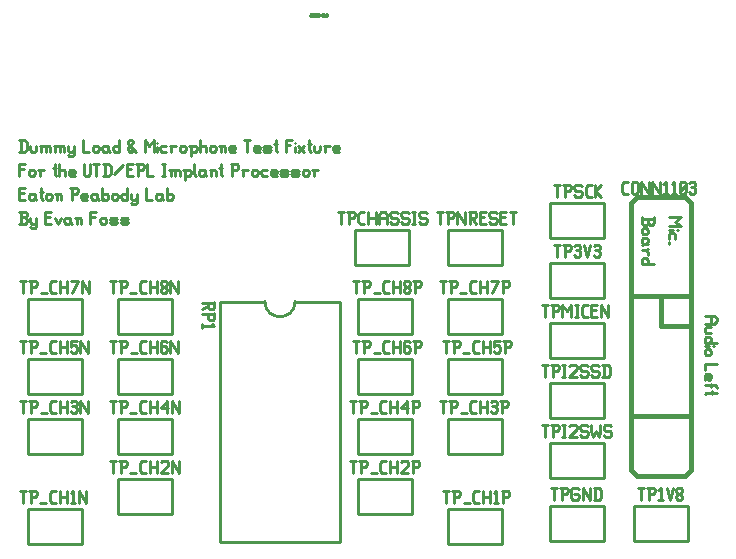
<source format=gto>
G04 start of page 8 for group -4079 idx -4079 *
G04 Title: (unknown), topsilk *
G04 Creator: pcb 20110918 *
G04 CreationDate: Tue Sep 16 15:41:33 2014 UTC *
G04 For: fosse *
G04 Format: Gerber/RS-274X *
G04 PCB-Dimensions: 375000 325000 *
G04 PCB-Coordinate-Origin: lower left *
%MOIN*%
%FSLAX25Y25*%
%LNTOPSILK*%
%ADD62C,0.0150*%
%ADD61C,0.0100*%
G54D61*X227000Y236000D02*X231000D01*
X229000Y234500D01*
X231000Y233000D01*
X227000D02*X231000D01*
X229900Y231800D02*X230000D01*
X227000D02*X228500D01*
X229000Y230300D02*Y228800D01*
X228500Y230800D02*X229000Y230300D01*
X227500Y230800D02*X228500D01*
X227500D02*X227000Y230300D01*
Y228800D01*
Y227600D02*Y227100D01*
X218000Y236000D02*Y234000D01*
X218500Y233500D01*
X219700D01*
X220200Y234000D02*X219700Y233500D01*
X220200Y235500D02*Y234000D01*
X218000Y235500D02*X222000D01*
Y236000D02*Y234000D01*
X221500Y233500D01*
X220700D02*X221500D01*
X220200Y234000D02*X220700Y233500D01*
X218500Y232300D02*X219500D01*
X220000Y231800D01*
Y230800D01*
X219500Y230300D01*
X218500D02*X219500D01*
X218000Y230800D02*X218500Y230300D01*
X218000Y231800D02*Y230800D01*
X218500Y232300D02*X218000Y231800D01*
X220000Y227600D02*X219500Y227100D01*
X220000Y228600D02*Y227600D01*
X219500Y229100D02*X220000Y228600D01*
X218500Y229100D02*X219500D01*
X218500D02*X218000Y228600D01*
X218500Y227100D02*X220000D01*
X218500D02*X218000Y226600D01*
Y228600D02*Y227600D01*
X218500Y227100D01*
X218000Y224900D02*X219500D01*
X220000Y224400D01*
Y223400D01*
Y225400D02*X219500Y224900D01*
X218000Y220200D02*X222000D01*
X218000Y220700D02*X218500Y220200D01*
X218000Y221700D02*Y220700D01*
X218500Y222200D02*X218000Y221700D01*
X218500Y222200D02*X219500D01*
X220000Y221700D01*
Y220700D01*
X219500Y220200D01*
X239000Y203000D02*X242000D01*
X243000Y202300D01*
Y201200D01*
X242000Y200500D01*
X239000D02*X242000D01*
X241000Y203000D02*Y200500D01*
X239500Y199300D02*X241000D01*
X239500D02*X239000Y198800D01*
Y197800D01*
X239500Y197300D01*
X241000D01*
X239000Y194100D02*X243000D01*
X239000Y194600D02*X239500Y194100D01*
X239000Y195600D02*Y194600D01*
X239500Y196100D02*X239000Y195600D01*
X239500Y196100D02*X240500D01*
X241000Y195600D01*
Y194600D01*
X240500Y194100D01*
X241900Y192900D02*X242000D01*
X239000D02*X240500D01*
X239500Y191900D02*X240500D01*
X241000Y191400D01*
Y190400D01*
X240500Y189900D01*
X239500D02*X240500D01*
X239000Y190400D02*X239500Y189900D01*
X239000Y191400D02*Y190400D01*
X239500Y191900D02*X239000Y191400D01*
Y186900D02*X243000D01*
X239000D02*Y184900D01*
Y183200D02*Y181700D01*
X239500Y183700D02*X239000Y183200D01*
X239500Y183700D02*X240500D01*
X241000Y183200D01*
Y182200D01*
X240500Y181700D01*
X240000Y183700D02*Y181700D01*
X240500D01*
X239000Y180000D02*X242500D01*
X243000Y179500D01*
Y179000D01*
X241000Y180500D02*Y179500D01*
X239500Y177500D02*X243000D01*
X239500D02*X239000Y177000D01*
X241500Y178000D02*Y177000D01*
X10444Y243975D02*X11944D01*
X10444Y241775D02*X12444D01*
X10444Y245775D02*Y241775D01*
Y245775D02*X12444D01*
X15144Y243775D02*X15644Y243275D01*
X14144Y243775D02*X15144D01*
X13644Y243275D02*X14144Y243775D01*
X13644Y243275D02*Y242275D01*
X14144Y241775D01*
X15644Y243775D02*Y242275D01*
X16144Y241775D01*
X14144D02*X15144D01*
X15644Y242275D01*
X17844Y245775D02*Y242275D01*
X18344Y241775D01*
X17344Y244275D02*X18344D01*
X19344Y243275D02*Y242275D01*
Y243275D02*X19844Y243775D01*
X20844D01*
X21344Y243275D01*
Y242275D01*
X20844Y241775D02*X21344Y242275D01*
X19844Y241775D02*X20844D01*
X19344Y242275D02*X19844Y241775D01*
X23044Y243275D02*Y241775D01*
Y243275D02*X23544Y243775D01*
X24044D01*
X24544Y243275D01*
Y241775D01*
X22544Y243775D02*X23044Y243275D01*
X28044Y245775D02*Y241775D01*
X27544Y245775D02*X29544D01*
X30044Y245275D01*
Y244275D01*
X29544Y243775D02*X30044Y244275D01*
X28044Y243775D02*X29544D01*
X31744Y241775D02*X33244D01*
X31244Y242275D02*X31744Y241775D01*
X31244Y243275D02*Y242275D01*
Y243275D02*X31744Y243775D01*
X32744D01*
X33244Y243275D01*
X31244Y242775D02*X33244D01*
Y243275D02*Y242775D01*
X35944Y243775D02*X36444Y243275D01*
X34944Y243775D02*X35944D01*
X34444Y243275D02*X34944Y243775D01*
X34444Y243275D02*Y242275D01*
X34944Y241775D01*
X36444Y243775D02*Y242275D01*
X36944Y241775D01*
X34944D02*X35944D01*
X36444Y242275D01*
X38144Y245775D02*Y241775D01*
Y242275D02*X38644Y241775D01*
X39644D01*
X40144Y242275D01*
Y243275D02*Y242275D01*
X39644Y243775D02*X40144Y243275D01*
X38644Y243775D02*X39644D01*
X38144Y243275D02*X38644Y243775D01*
X41344Y243275D02*Y242275D01*
Y243275D02*X41844Y243775D01*
X42844D01*
X43344Y243275D01*
Y242275D01*
X42844Y241775D02*X43344Y242275D01*
X41844Y241775D02*X42844D01*
X41344Y242275D02*X41844Y241775D01*
X46544Y245775D02*Y241775D01*
X46044D02*X46544Y242275D01*
X45044Y241775D02*X46044D01*
X44544Y242275D02*X45044Y241775D01*
X44544Y243275D02*Y242275D01*
Y243275D02*X45044Y243775D01*
X46044D01*
X46544Y243275D01*
X47744Y243775D02*Y242275D01*
X48244Y241775D01*
X49744Y243775D02*Y240775D01*
X49244Y240275D02*X49744Y240775D01*
X48244Y240275D02*X49244D01*
X47744Y240775D02*X48244Y240275D01*
Y241775D02*X49244D01*
X49744Y242275D01*
X52744Y245775D02*Y241775D01*
X54744D01*
X57444Y243775D02*X57944Y243275D01*
X56444Y243775D02*X57444D01*
X55944Y243275D02*X56444Y243775D01*
X55944Y243275D02*Y242275D01*
X56444Y241775D01*
X57944Y243775D02*Y242275D01*
X58444Y241775D01*
X56444D02*X57444D01*
X57944Y242275D01*
X59644Y245775D02*Y241775D01*
Y242275D02*X60144Y241775D01*
X61144D01*
X61644Y242275D01*
Y243275D02*Y242275D01*
X61144Y243775D02*X61644Y243275D01*
X60144Y243775D02*X61144D01*
X59644Y243275D02*X60144Y243775D01*
X10444Y233775D02*X12444D01*
X12944Y234275D01*
Y235475D02*Y234275D01*
X12444Y235975D02*X12944Y235475D01*
X10944Y235975D02*X12444D01*
X10944Y237775D02*Y233775D01*
X10444Y237775D02*X12444D01*
X12944Y237275D01*
Y236475D01*
X12444Y235975D02*X12944Y236475D01*
X14144Y235775D02*Y234275D01*
X14644Y233775D01*
X16144Y235775D02*Y232775D01*
X15644Y232275D02*X16144Y232775D01*
X14644Y232275D02*X15644D01*
X14144Y232775D02*X14644Y232275D01*
Y233775D02*X15644D01*
X16144Y234275D01*
X19144Y235975D02*X20644D01*
X19144Y233775D02*X21144D01*
X19144Y237775D02*Y233775D01*
Y237775D02*X21144D01*
X22344Y235775D02*X23344Y233775D01*
X24344Y235775D02*X23344Y233775D01*
X27044Y235775D02*X27544Y235275D01*
X26044Y235775D02*X27044D01*
X25544Y235275D02*X26044Y235775D01*
X25544Y235275D02*Y234275D01*
X26044Y233775D01*
X27544Y235775D02*Y234275D01*
X28044Y233775D01*
X26044D02*X27044D01*
X27544Y234275D01*
X29744Y235275D02*Y233775D01*
Y235275D02*X30244Y235775D01*
X30744D01*
X31244Y235275D01*
Y233775D01*
X29244Y235775D02*X29744Y235275D01*
X34244Y237775D02*Y233775D01*
Y237775D02*X36244D01*
X34244Y235975D02*X35744D01*
X37444Y235275D02*Y234275D01*
Y235275D02*X37944Y235775D01*
X38944D01*
X39444Y235275D01*
Y234275D01*
X38944Y233775D02*X39444Y234275D01*
X37944Y233775D02*X38944D01*
X37444Y234275D02*X37944Y233775D01*
X41144D02*X42644D01*
X43144Y234275D01*
X42644Y234775D02*X43144Y234275D01*
X41144Y234775D02*X42644D01*
X40644Y235275D02*X41144Y234775D01*
X40644Y235275D02*X41144Y235775D01*
X42644D01*
X43144Y235275D01*
X40644Y234275D02*X41144Y233775D01*
X44844D02*X46344D01*
X46844Y234275D01*
X46344Y234775D02*X46844Y234275D01*
X44844Y234775D02*X46344D01*
X44344Y235275D02*X44844Y234775D01*
X44344Y235275D02*X44844Y235775D01*
X46344D01*
X46844Y235275D01*
X44344Y234275D02*X44844Y233775D01*
X10444Y253775D02*Y249775D01*
Y253775D02*X12444D01*
X10444Y251975D02*X11944D01*
X13644Y251275D02*Y250275D01*
Y251275D02*X14144Y251775D01*
X15144D01*
X15644Y251275D01*
Y250275D01*
X15144Y249775D02*X15644Y250275D01*
X14144Y249775D02*X15144D01*
X13644Y250275D02*X14144Y249775D01*
X17344Y251275D02*Y249775D01*
Y251275D02*X17844Y251775D01*
X18844D01*
X16844D02*X17344Y251275D01*
X22344Y253775D02*Y250275D01*
X22844Y249775D01*
X21844Y252275D02*X22844D01*
X23844Y253775D02*Y249775D01*
Y251275D02*X24344Y251775D01*
X25344D01*
X25844Y251275D01*
Y249775D01*
X27544D02*X29044D01*
X27044Y250275D02*X27544Y249775D01*
X27044Y251275D02*Y250275D01*
Y251275D02*X27544Y251775D01*
X28544D01*
X29044Y251275D01*
X27044Y250775D02*X29044D01*
Y251275D02*Y250775D01*
X32044Y253775D02*Y250275D01*
X32544Y249775D01*
X33544D01*
X34044Y250275D01*
Y253775D02*Y250275D01*
X35244Y253775D02*X37244D01*
X36244D02*Y249775D01*
X38944Y253775D02*Y249775D01*
X40244Y253775D02*X40944Y253075D01*
Y250475D01*
X40244Y249775D02*X40944Y250475D01*
X38444Y249775D02*X40244D01*
X38444Y253775D02*X40244D01*
X42144Y250275D02*X45144Y253275D01*
X46344Y251975D02*X47844D01*
X46344Y249775D02*X48344D01*
X46344Y253775D02*Y249775D01*
Y253775D02*X48344D01*
X50044D02*Y249775D01*
X49544Y253775D02*X51544D01*
X52044Y253275D01*
Y252275D01*
X51544Y251775D02*X52044Y252275D01*
X50044Y251775D02*X51544D01*
X53244Y253775D02*Y249775D01*
X55244D01*
X58244Y253775D02*X59244D01*
X58744D02*Y249775D01*
X58244D02*X59244D01*
X60944Y251275D02*Y249775D01*
Y251275D02*X61444Y251775D01*
X61944D01*
X62444Y251275D01*
Y249775D01*
Y251275D02*X62944Y251775D01*
X63444D01*
X63944Y251275D01*
Y249775D01*
X60444Y251775D02*X60944Y251275D01*
X65644D02*Y248275D01*
X65144Y251775D02*X65644Y251275D01*
X66144Y251775D01*
X67144D01*
X67644Y251275D01*
Y250275D01*
X67144Y249775D02*X67644Y250275D01*
X66144Y249775D02*X67144D01*
X65644Y250275D02*X66144Y249775D01*
X68844Y253775D02*Y250275D01*
X69344Y249775D01*
X71844Y251775D02*X72344Y251275D01*
X70844Y251775D02*X71844D01*
X70344Y251275D02*X70844Y251775D01*
X70344Y251275D02*Y250275D01*
X70844Y249775D01*
X72344Y251775D02*Y250275D01*
X72844Y249775D01*
X70844D02*X71844D01*
X72344Y250275D01*
X74544Y251275D02*Y249775D01*
Y251275D02*X75044Y251775D01*
X75544D01*
X76044Y251275D01*
Y249775D01*
X74044Y251775D02*X74544Y251275D01*
X77744Y253775D02*Y250275D01*
X78244Y249775D01*
X77244Y252275D02*X78244D01*
X81544Y253775D02*Y249775D01*
X81044Y253775D02*X83044D01*
X83544Y253275D01*
Y252275D01*
X83044Y251775D02*X83544Y252275D01*
X81544Y251775D02*X83044D01*
X85244Y251275D02*Y249775D01*
Y251275D02*X85744Y251775D01*
X86744D01*
X84744D02*X85244Y251275D01*
X87944D02*Y250275D01*
Y251275D02*X88444Y251775D01*
X89444D01*
X89944Y251275D01*
Y250275D01*
X89444Y249775D02*X89944Y250275D01*
X88444Y249775D02*X89444D01*
X87944Y250275D02*X88444Y249775D01*
X91644Y251775D02*X93144D01*
X91144Y251275D02*X91644Y251775D01*
X91144Y251275D02*Y250275D01*
X91644Y249775D01*
X93144D01*
X94844D02*X96344D01*
X94344Y250275D02*X94844Y249775D01*
X94344Y251275D02*Y250275D01*
Y251275D02*X94844Y251775D01*
X95844D01*
X96344Y251275D01*
X94344Y250775D02*X96344D01*
Y251275D02*Y250775D01*
X98044Y249775D02*X99544D01*
X100044Y250275D01*
X99544Y250775D02*X100044Y250275D01*
X98044Y250775D02*X99544D01*
X97544Y251275D02*X98044Y250775D01*
X97544Y251275D02*X98044Y251775D01*
X99544D01*
X100044Y251275D01*
X97544Y250275D02*X98044Y249775D01*
X101744D02*X103244D01*
X103744Y250275D01*
X103244Y250775D02*X103744Y250275D01*
X101744Y250775D02*X103244D01*
X101244Y251275D02*X101744Y250775D01*
X101244Y251275D02*X101744Y251775D01*
X103244D01*
X103744Y251275D01*
X101244Y250275D02*X101744Y249775D01*
X104944Y251275D02*Y250275D01*
Y251275D02*X105444Y251775D01*
X106444D01*
X106944Y251275D01*
Y250275D01*
X106444Y249775D02*X106944Y250275D01*
X105444Y249775D02*X106444D01*
X104944Y250275D02*X105444Y249775D01*
X108644Y251275D02*Y249775D01*
Y251275D02*X109144Y251775D01*
X110144D01*
X108144D02*X108644Y251275D01*
X10944Y261775D02*Y257775D01*
X12244Y261775D02*X12944Y261075D01*
Y258475D01*
X12244Y257775D02*X12944Y258475D01*
X10444Y257775D02*X12244D01*
X10444Y261775D02*X12244D01*
X14144Y259775D02*Y258275D01*
X14644Y257775D01*
X15644D01*
X16144Y258275D01*
Y259775D02*Y258275D01*
X17844Y259275D02*Y257775D01*
Y259275D02*X18344Y259775D01*
X18844D01*
X19344Y259275D01*
Y257775D01*
Y259275D02*X19844Y259775D01*
X20344D01*
X20844Y259275D01*
Y257775D01*
X17344Y259775D02*X17844Y259275D01*
X22544D02*Y257775D01*
Y259275D02*X23044Y259775D01*
X23544D01*
X24044Y259275D01*
Y257775D01*
Y259275D02*X24544Y259775D01*
X25044D01*
X25544Y259275D01*
Y257775D01*
X22044Y259775D02*X22544Y259275D01*
X26744Y259775D02*Y258275D01*
X27244Y257775D01*
X28744Y259775D02*Y256775D01*
X28244Y256275D02*X28744Y256775D01*
X27244Y256275D02*X28244D01*
X26744Y256775D02*X27244Y256275D01*
Y257775D02*X28244D01*
X28744Y258275D01*
X31744Y261775D02*Y257775D01*
X33744D01*
X34944Y259275D02*Y258275D01*
Y259275D02*X35444Y259775D01*
X36444D01*
X36944Y259275D01*
Y258275D01*
X36444Y257775D02*X36944Y258275D01*
X35444Y257775D02*X36444D01*
X34944Y258275D02*X35444Y257775D01*
X39644Y259775D02*X40144Y259275D01*
X38644Y259775D02*X39644D01*
X38144Y259275D02*X38644Y259775D01*
X38144Y259275D02*Y258275D01*
X38644Y257775D01*
X40144Y259775D02*Y258275D01*
X40644Y257775D01*
X38644D02*X39644D01*
X40144Y258275D01*
X43844Y261775D02*Y257775D01*
X43344D02*X43844Y258275D01*
X42344Y257775D02*X43344D01*
X41844Y258275D02*X42344Y257775D01*
X41844Y259275D02*Y258275D01*
Y259275D02*X42344Y259775D01*
X43344D01*
X43844Y259275D01*
X46844Y258275D02*X47344Y257775D01*
X46844Y261275D02*Y260275D01*
Y261275D02*X47344Y261775D01*
X46844Y259275D02*X48344Y260775D01*
X47344Y257775D02*X47844D01*
X48844Y258775D01*
X46844Y260275D02*X49344Y257775D01*
X47344Y261775D02*X47844D01*
X48344Y261275D01*
Y260775D01*
X46844Y259275D02*Y258275D01*
X52344Y261775D02*Y257775D01*
Y261775D02*X53844Y259775D01*
X55344Y261775D01*
Y257775D01*
X56544Y260775D02*Y260675D01*
Y259275D02*Y257775D01*
X58044Y259775D02*X59544D01*
X57544Y259275D02*X58044Y259775D01*
X57544Y259275D02*Y258275D01*
X58044Y257775D01*
X59544D01*
X61244Y259275D02*Y257775D01*
Y259275D02*X61744Y259775D01*
X62744D01*
X60744D02*X61244Y259275D01*
X63944D02*Y258275D01*
Y259275D02*X64444Y259775D01*
X65444D01*
X65944Y259275D01*
Y258275D01*
X65444Y257775D02*X65944Y258275D01*
X64444Y257775D02*X65444D01*
X63944Y258275D02*X64444Y257775D01*
X67644Y259275D02*Y256275D01*
X67144Y259775D02*X67644Y259275D01*
X68144Y259775D01*
X69144D01*
X69644Y259275D01*
Y258275D01*
X69144Y257775D02*X69644Y258275D01*
X68144Y257775D02*X69144D01*
X67644Y258275D02*X68144Y257775D01*
X70844Y261775D02*Y257775D01*
Y259275D02*X71344Y259775D01*
X72344D01*
X72844Y259275D01*
Y257775D01*
X74044Y259275D02*Y258275D01*
Y259275D02*X74544Y259775D01*
X75544D01*
X76044Y259275D01*
Y258275D01*
X75544Y257775D02*X76044Y258275D01*
X74544Y257775D02*X75544D01*
X74044Y258275D02*X74544Y257775D01*
X77744Y259275D02*Y257775D01*
Y259275D02*X78244Y259775D01*
X78744D01*
X79244Y259275D01*
Y257775D01*
X77244Y259775D02*X77744Y259275D01*
X80944Y257775D02*X82444D01*
X80444Y258275D02*X80944Y257775D01*
X80444Y259275D02*Y258275D01*
Y259275D02*X80944Y259775D01*
X81944D01*
X82444Y259275D01*
X80444Y258775D02*X82444D01*
Y259275D02*Y258775D01*
X85444Y261775D02*X87444D01*
X86444D02*Y257775D01*
X89144D02*X90644D01*
X88644Y258275D02*X89144Y257775D01*
X88644Y259275D02*Y258275D01*
Y259275D02*X89144Y259775D01*
X90144D01*
X90644Y259275D01*
X88644Y258775D02*X90644D01*
Y259275D02*Y258775D01*
X92344Y257775D02*X93844D01*
X94344Y258275D01*
X93844Y258775D02*X94344Y258275D01*
X92344Y258775D02*X93844D01*
X91844Y259275D02*X92344Y258775D01*
X91844Y259275D02*X92344Y259775D01*
X93844D01*
X94344Y259275D01*
X91844Y258275D02*X92344Y257775D01*
X96044Y261775D02*Y258275D01*
X96544Y257775D01*
X95544Y260275D02*X96544D01*
X99344Y261775D02*Y257775D01*
Y261775D02*X101344D01*
X99344Y259975D02*X100844D01*
X102544Y260775D02*Y260675D01*
Y259275D02*Y257775D01*
X103544Y259775D02*X105544Y257775D01*
X103544D02*X105544Y259775D01*
X107244Y261775D02*Y258275D01*
X107744Y257775D01*
X106744Y260275D02*X107744D01*
X108744Y259775D02*Y258275D01*
X109244Y257775D01*
X110244D01*
X110744Y258275D01*
Y259775D02*Y258275D01*
X112444Y259275D02*Y257775D01*
Y259275D02*X112944Y259775D01*
X113944D01*
X111944D02*X112444Y259275D01*
X115644Y257775D02*X117144D01*
X115144Y258275D02*X115644Y257775D01*
X115144Y259275D02*Y258275D01*
Y259275D02*X115644Y259775D01*
X116644D01*
X117144Y259275D01*
X115144Y258775D02*X117144D01*
Y259275D02*Y258775D01*
X122487Y231582D02*X140400D01*
Y219968D01*
X122487D01*
Y231582D01*
X123507Y168562D02*X141420D01*
Y156948D01*
X123507D02*X141420D01*
X123507Y168562D02*Y156948D01*
Y148562D02*X141420D01*
Y136948D01*
X123507D02*X141420D01*
X123507Y148562D02*Y136948D01*
Y208562D02*X141420D01*
Y196948D01*
X123507D02*X141420D01*
X123507Y208562D02*Y196948D01*
Y188562D02*X141420D01*
Y176948D01*
X123507D02*X141420D01*
X123507Y188562D02*Y176948D01*
X43487Y208582D02*X61400D01*
Y196968D01*
X43487D02*X61400D01*
X43487Y208582D02*Y196968D01*
X43507Y188562D02*X61420D01*
Y176948D01*
X43507D02*X61420D01*
X43507Y188562D02*Y176948D01*
X43487Y168582D02*X61400D01*
Y156968D01*
X43487D02*X61400D01*
X43487Y168582D02*Y156968D01*
Y148582D02*X61400D01*
Y136968D01*
X43487D02*X61400D01*
X43487Y148582D02*Y136968D01*
X77444Y207775D02*Y127775D01*
X117444D01*
Y207775D02*Y127775D01*
X77444Y207775D02*X92444D01*
X102444D02*X117444D01*
X92444D02*G75*G03X102444Y207775I5000J0D01*G01*
X13507Y208562D02*X31420D01*
Y196948D01*
X13507D02*X31420D01*
X13507Y208562D02*Y196948D01*
X13487Y188582D02*X31400D01*
Y176968D01*
X13487D02*X31400D01*
X13487Y188582D02*Y176968D01*
X13507Y168562D02*X31420D01*
Y156948D01*
X13507D02*X31420D01*
X13507Y168562D02*Y156948D01*
X13487Y138582D02*X31400D01*
Y126968D01*
X13487D02*X31400D01*
X13487Y138582D02*Y126968D01*
X187487Y220582D02*X205400D01*
Y208968D01*
X187487D01*
Y220582D01*
Y200582D02*X205400D01*
Y188968D01*
X187487D01*
Y200582D01*
G54D62*X214444Y151775D02*X216444Y149775D01*
X232444D01*
X234444Y151775D01*
Y240775D01*
X232444Y242775D01*
X216444D01*
X214444Y240775D01*
Y151775D02*Y240775D01*
Y209775D02*X234444D01*
Y169775D02*X214444D01*
X234444Y209775D02*Y169775D01*
X214444Y209775D02*Y169775D01*
X224444Y199775D02*X234444D01*
X224444Y209775D02*Y199775D01*
G54D61*X187487Y240582D02*X205400D01*
Y228968D01*
X187487D01*
Y240582D01*
X215487Y139582D02*X233400D01*
Y127968D01*
X215487D01*
Y139582D01*
X187487D02*X205400D01*
Y127968D01*
X187487D01*
Y139582D01*
Y180582D02*X205400D01*
Y168968D01*
X187487D01*
Y180582D01*
Y160582D02*X205400D01*
Y148968D01*
X187487D01*
Y160582D01*
X153487Y231582D02*X171400D01*
Y219968D01*
X153487D01*
Y231582D01*
Y188582D02*X171400D01*
Y176968D01*
X153487D02*X171400D01*
X153487Y188582D02*Y176968D01*
X153507Y168562D02*X171420D01*
Y156948D01*
X153507D02*X171420D01*
X153507Y168562D02*Y156948D01*
Y138562D02*X171420D01*
Y126948D01*
X153507D02*X171420D01*
X153507Y138562D02*Y126948D01*
X153487Y208582D02*X171400D01*
Y196968D01*
X153487D02*X171400D01*
X153487Y208582D02*Y196968D01*
X120720Y174767D02*X122720D01*
X121720D02*Y170767D01*
X124420Y174767D02*Y170767D01*
X123920Y174767D02*X125920D01*
X126420Y174267D01*
Y173267D01*
X125920Y172767D02*X126420Y173267D01*
X124420Y172767D02*X125920D01*
X127620Y170767D02*X129620D01*
X131520D02*X132820D01*
X130820Y171467D02*X131520Y170767D01*
X130820Y174067D02*Y171467D01*
Y174067D02*X131520Y174767D01*
X132820D01*
X134020D02*Y170767D01*
X136520Y174767D02*Y170767D01*
X134020Y172767D02*X136520D01*
X137720Y172267D02*X139720Y174767D01*
X137720Y172267D02*X140220D01*
X139720Y174767D02*Y170767D01*
X141920Y174767D02*Y170767D01*
X141420Y174767D02*X143420D01*
X143920Y174267D01*
Y173267D01*
X143420Y172767D02*X143920Y173267D01*
X141920Y172767D02*X143420D01*
X120720Y154767D02*X122720D01*
X121720D02*Y150767D01*
X124420Y154767D02*Y150767D01*
X123920Y154767D02*X125920D01*
X126420Y154267D01*
Y153267D01*
X125920Y152767D02*X126420Y153267D01*
X124420Y152767D02*X125920D01*
X127620Y150767D02*X129620D01*
X131520D02*X132820D01*
X130820Y151467D02*X131520Y150767D01*
X130820Y154067D02*Y151467D01*
Y154067D02*X131520Y154767D01*
X132820D01*
X134020D02*Y150767D01*
X136520Y154767D02*Y150767D01*
X134020Y152767D02*X136520D01*
X137720Y154267D02*X138220Y154767D01*
X139720D01*
X140220Y154267D01*
Y153267D01*
X137720Y150767D02*X140220Y153267D01*
X137720Y150767D02*X140220D01*
X141920Y154767D02*Y150767D01*
X141420Y154767D02*X143420D01*
X143920Y154267D01*
Y153267D01*
X143420Y152767D02*X143920Y153267D01*
X141920Y152767D02*X143420D01*
X121720Y214767D02*X123720D01*
X122720D02*Y210767D01*
X125420Y214767D02*Y210767D01*
X124920Y214767D02*X126920D01*
X127420Y214267D01*
Y213267D01*
X126920Y212767D02*X127420Y213267D01*
X125420Y212767D02*X126920D01*
X128620Y210767D02*X130620D01*
X132520D02*X133820D01*
X131820Y211467D02*X132520Y210767D01*
X131820Y214067D02*Y211467D01*
Y214067D02*X132520Y214767D01*
X133820D01*
X135020D02*Y210767D01*
X137520Y214767D02*Y210767D01*
X135020Y212767D02*X137520D01*
X138720Y211267D02*X139220Y210767D01*
X138720Y212067D02*Y211267D01*
Y212067D02*X139420Y212767D01*
X140020D01*
X140720Y212067D01*
Y211267D01*
X140220Y210767D02*X140720Y211267D01*
X139220Y210767D02*X140220D01*
X138720Y213467D02*X139420Y212767D01*
X138720Y214267D02*Y213467D01*
Y214267D02*X139220Y214767D01*
X140220D01*
X140720Y214267D01*
Y213467D01*
X140020Y212767D02*X140720Y213467D01*
X142420Y214767D02*Y210767D01*
X141920Y214767D02*X143920D01*
X144420Y214267D01*
Y213267D01*
X143920Y212767D02*X144420Y213267D01*
X142420Y212767D02*X143920D01*
X121720Y194767D02*X123720D01*
X122720D02*Y190767D01*
X125420Y194767D02*Y190767D01*
X124920Y194767D02*X126920D01*
X127420Y194267D01*
Y193267D01*
X126920Y192767D02*X127420Y193267D01*
X125420Y192767D02*X126920D01*
X128620Y190767D02*X130620D01*
X132520D02*X133820D01*
X131820Y191467D02*X132520Y190767D01*
X131820Y194067D02*Y191467D01*
Y194067D02*X132520Y194767D01*
X133820D01*
X135020D02*Y190767D01*
X137520Y194767D02*Y190767D01*
X135020Y192767D02*X137520D01*
X140220Y194767D02*X140720Y194267D01*
X139220Y194767D02*X140220D01*
X138720Y194267D02*X139220Y194767D01*
X138720Y194267D02*Y191267D01*
X139220Y190767D01*
X140220Y192967D02*X140720Y192467D01*
X138720Y192967D02*X140220D01*
X139220Y190767D02*X140220D01*
X140720Y191267D01*
Y192467D02*Y191267D01*
X142420Y194767D02*Y190767D01*
X141920Y194767D02*X143920D01*
X144420Y194267D01*
Y193267D01*
X143920Y192767D02*X144420Y193267D01*
X142420Y192767D02*X143920D01*
X40700Y214787D02*X42700D01*
X41700D02*Y210787D01*
X44400Y214787D02*Y210787D01*
X43900Y214787D02*X45900D01*
X46400Y214287D01*
Y213287D01*
X45900Y212787D02*X46400Y213287D01*
X44400Y212787D02*X45900D01*
X47600Y210787D02*X49600D01*
X51500D02*X52800D01*
X50800Y211487D02*X51500Y210787D01*
X50800Y214087D02*Y211487D01*
Y214087D02*X51500Y214787D01*
X52800D01*
X54000D02*Y210787D01*
X56500Y214787D02*Y210787D01*
X54000Y212787D02*X56500D01*
X57700Y211287D02*X58200Y210787D01*
X57700Y212087D02*Y211287D01*
Y212087D02*X58400Y212787D01*
X59000D01*
X59700Y212087D01*
Y211287D01*
X59200Y210787D02*X59700Y211287D01*
X58200Y210787D02*X59200D01*
X57700Y213487D02*X58400Y212787D01*
X57700Y214287D02*Y213487D01*
Y214287D02*X58200Y214787D01*
X59200D01*
X59700Y214287D01*
Y213487D01*
X59000Y212787D02*X59700Y213487D01*
X60900Y214787D02*Y210787D01*
Y214787D02*X63400Y210787D01*
Y214787D02*Y210787D01*
X40720Y194767D02*X42720D01*
X41720D02*Y190767D01*
X44420Y194767D02*Y190767D01*
X43920Y194767D02*X45920D01*
X46420Y194267D01*
Y193267D01*
X45920Y192767D02*X46420Y193267D01*
X44420Y192767D02*X45920D01*
X47620Y190767D02*X49620D01*
X51520D02*X52820D01*
X50820Y191467D02*X51520Y190767D01*
X50820Y194067D02*Y191467D01*
Y194067D02*X51520Y194767D01*
X52820D01*
X54020D02*Y190767D01*
X56520Y194767D02*Y190767D01*
X54020Y192767D02*X56520D01*
X59220Y194767D02*X59720Y194267D01*
X58220Y194767D02*X59220D01*
X57720Y194267D02*X58220Y194767D01*
X57720Y194267D02*Y191267D01*
X58220Y190767D01*
X59220Y192967D02*X59720Y192467D01*
X57720Y192967D02*X59220D01*
X58220Y190767D02*X59220D01*
X59720Y191267D01*
Y192467D02*Y191267D01*
X60920Y194767D02*Y190767D01*
Y194767D02*X63420Y190767D01*
Y194767D02*Y190767D01*
X40700Y174787D02*X42700D01*
X41700D02*Y170787D01*
X44400Y174787D02*Y170787D01*
X43900Y174787D02*X45900D01*
X46400Y174287D01*
Y173287D01*
X45900Y172787D02*X46400Y173287D01*
X44400Y172787D02*X45900D01*
X47600Y170787D02*X49600D01*
X51500D02*X52800D01*
X50800Y171487D02*X51500Y170787D01*
X50800Y174087D02*Y171487D01*
Y174087D02*X51500Y174787D01*
X52800D01*
X54000D02*Y170787D01*
X56500Y174787D02*Y170787D01*
X54000Y172787D02*X56500D01*
X57700Y172287D02*X59700Y174787D01*
X57700Y172287D02*X60200D01*
X59700Y174787D02*Y170787D01*
X61400Y174787D02*Y170787D01*
Y174787D02*X63900Y170787D01*
Y174787D02*Y170787D01*
X40700Y154787D02*X42700D01*
X41700D02*Y150787D01*
X44400Y154787D02*Y150787D01*
X43900Y154787D02*X45900D01*
X46400Y154287D01*
Y153287D01*
X45900Y152787D02*X46400Y153287D01*
X44400Y152787D02*X45900D01*
X47600Y150787D02*X49600D01*
X51500D02*X52800D01*
X50800Y151487D02*X51500Y150787D01*
X50800Y154087D02*Y151487D01*
Y154087D02*X51500Y154787D01*
X52800D01*
X54000D02*Y150787D01*
X56500Y154787D02*Y150787D01*
X54000Y152787D02*X56500D01*
X57700Y154287D02*X58200Y154787D01*
X59700D01*
X60200Y154287D01*
Y153287D01*
X57700Y150787D02*X60200Y153287D01*
X57700Y150787D02*X60200D01*
X61400Y154787D02*Y150787D01*
Y154787D02*X63900Y150787D01*
Y154787D02*Y150787D01*
X75444Y207775D02*Y205775D01*
X74944Y205275D01*
X73944D02*X74944D01*
X73444Y205775D02*X73944Y205275D01*
X73444Y207275D02*Y205775D01*
X71444Y207275D02*X75444D01*
X73444Y206475D02*X71444Y205275D01*
Y203575D02*X75444D01*
Y204075D02*Y202075D01*
X74944Y201575D01*
X73944D02*X74944D01*
X73444Y202075D02*X73944Y201575D01*
X73444Y203575D02*Y202075D01*
X74644Y200375D02*X75444Y199575D01*
X71444D02*X75444D01*
X71444Y200375D02*Y198875D01*
X10720Y214767D02*X12720D01*
X11720D02*Y210767D01*
X14420Y214767D02*Y210767D01*
X13920Y214767D02*X15920D01*
X16420Y214267D01*
Y213267D01*
X15920Y212767D02*X16420Y213267D01*
X14420Y212767D02*X15920D01*
X17620Y210767D02*X19620D01*
X21520D02*X22820D01*
X20820Y211467D02*X21520Y210767D01*
X20820Y214067D02*Y211467D01*
Y214067D02*X21520Y214767D01*
X22820D01*
X24020D02*Y210767D01*
X26520Y214767D02*Y210767D01*
X24020Y212767D02*X26520D01*
X28220Y210767D02*X30220Y214767D01*
X27720D02*X30220D01*
X31420D02*Y210767D01*
Y214767D02*X33920Y210767D01*
Y214767D02*Y210767D01*
X10700Y194787D02*X12700D01*
X11700D02*Y190787D01*
X14400Y194787D02*Y190787D01*
X13900Y194787D02*X15900D01*
X16400Y194287D01*
Y193287D01*
X15900Y192787D02*X16400Y193287D01*
X14400Y192787D02*X15900D01*
X17600Y190787D02*X19600D01*
X21500D02*X22800D01*
X20800Y191487D02*X21500Y190787D01*
X20800Y194087D02*Y191487D01*
Y194087D02*X21500Y194787D01*
X22800D01*
X24000D02*Y190787D01*
X26500Y194787D02*Y190787D01*
X24000Y192787D02*X26500D01*
X27700Y194787D02*X29700D01*
X27700D02*Y192787D01*
X28200Y193287D01*
X29200D01*
X29700Y192787D01*
Y191287D01*
X29200Y190787D02*X29700Y191287D01*
X28200Y190787D02*X29200D01*
X27700Y191287D02*X28200Y190787D01*
X30900Y194787D02*Y190787D01*
Y194787D02*X33400Y190787D01*
Y194787D02*Y190787D01*
X10720Y174767D02*X12720D01*
X11720D02*Y170767D01*
X14420Y174767D02*Y170767D01*
X13920Y174767D02*X15920D01*
X16420Y174267D01*
Y173267D01*
X15920Y172767D02*X16420Y173267D01*
X14420Y172767D02*X15920D01*
X17620Y170767D02*X19620D01*
X21520D02*X22820D01*
X20820Y171467D02*X21520Y170767D01*
X20820Y174067D02*Y171467D01*
Y174067D02*X21520Y174767D01*
X22820D01*
X24020D02*Y170767D01*
X26520Y174767D02*Y170767D01*
X24020Y172767D02*X26520D01*
X27720Y174267D02*X28220Y174767D01*
X29220D01*
X29720Y174267D01*
X29220Y170767D02*X29720Y171267D01*
X28220Y170767D02*X29220D01*
X27720Y171267D02*X28220Y170767D01*
Y172967D02*X29220D01*
X29720Y174267D02*Y173467D01*
Y172467D02*Y171267D01*
Y172467D02*X29220Y172967D01*
X29720Y173467D02*X29220Y172967D01*
X30920Y174767D02*Y170767D01*
Y174767D02*X33420Y170767D01*
Y174767D02*Y170767D01*
X10700Y144787D02*X12700D01*
X11700D02*Y140787D01*
X14400Y144787D02*Y140787D01*
X13900Y144787D02*X15900D01*
X16400Y144287D01*
Y143287D01*
X15900Y142787D02*X16400Y143287D01*
X14400Y142787D02*X15900D01*
X17600Y140787D02*X19600D01*
X21500D02*X22800D01*
X20800Y141487D02*X21500Y140787D01*
X20800Y144087D02*Y141487D01*
Y144087D02*X21500Y144787D01*
X22800D01*
X24000D02*Y140787D01*
X26500Y144787D02*Y140787D01*
X24000Y142787D02*X26500D01*
X27700Y143987D02*X28500Y144787D01*
Y140787D01*
X27700D02*X29200D01*
X30400Y144787D02*Y140787D01*
Y144787D02*X32900Y140787D01*
Y144787D02*Y140787D01*
X116700Y237787D02*X118700D01*
X117700D02*Y233787D01*
X120400Y237787D02*Y233787D01*
X119900Y237787D02*X121900D01*
X122400Y237287D01*
Y236287D01*
X121900Y235787D02*X122400Y236287D01*
X120400Y235787D02*X121900D01*
X124300Y233787D02*X125600D01*
X123600Y234487D02*X124300Y233787D01*
X123600Y237087D02*Y234487D01*
Y237087D02*X124300Y237787D01*
X125600D01*
X126800D02*Y233787D01*
X129300Y237787D02*Y233787D01*
X126800Y235787D02*X129300D01*
X130500Y236787D02*Y233787D01*
Y236787D02*X131200Y237787D01*
X132300D01*
X133000Y236787D01*
Y233787D01*
X130500Y235787D02*X133000D01*
X136200Y237787D02*X136700Y237287D01*
X134700Y237787D02*X136200D01*
X134200Y237287D02*X134700Y237787D01*
X134200Y237287D02*Y236287D01*
X134700Y235787D01*
X136200D01*
X136700Y235287D01*
Y234287D01*
X136200Y233787D02*X136700Y234287D01*
X134700Y233787D02*X136200D01*
X134200Y234287D02*X134700Y233787D01*
X139900Y237787D02*X140400Y237287D01*
X138400Y237787D02*X139900D01*
X137900Y237287D02*X138400Y237787D01*
X137900Y237287D02*Y236287D01*
X138400Y235787D01*
X139900D01*
X140400Y235287D01*
Y234287D01*
X139900Y233787D02*X140400Y234287D01*
X138400Y233787D02*X139900D01*
X137900Y234287D02*X138400Y233787D01*
X141600Y237787D02*X142600D01*
X142100D02*Y233787D01*
X141600D02*X142600D01*
X145800Y237787D02*X146300Y237287D01*
X144300Y237787D02*X145800D01*
X143800Y237287D02*X144300Y237787D01*
X143800Y237287D02*Y236287D01*
X144300Y235787D01*
X145800D01*
X146300Y235287D01*
Y234287D01*
X145800Y233787D02*X146300Y234287D01*
X144300Y233787D02*X145800D01*
X143800Y234287D02*X144300Y233787D01*
X107856Y303575D02*X107931Y303500D01*
X107631Y303575D02*X107856D01*
X107556Y303500D02*X107631Y303575D01*
X107556Y303500D02*Y303350D01*
X107631Y303275D01*
X107856D01*
X107931Y303200D01*
Y303050D01*
X107856Y302975D02*X107931Y303050D01*
X107631Y302975D02*X107856D01*
X107556Y303050D02*X107631Y302975D01*
X108216D02*X108411D01*
X108111Y303080D02*X108216Y302975D01*
X108111Y303470D02*Y303080D01*
Y303470D02*X108216Y303575D01*
X108411D01*
X108591D02*X108891D01*
X108966Y303500D01*
Y303350D01*
X108891Y303275D02*X108966Y303350D01*
X108666Y303275D02*X108891D01*
X108666Y303575D02*Y302975D01*
X108786Y303275D02*X108966Y302975D01*
X109146Y303305D02*X109371D01*
X109146Y302975D02*X109446D01*
X109146Y303575D02*Y302975D01*
Y303575D02*X109446D01*
X109626D02*Y303275D01*
X109701Y302975D01*
X109851Y303275D01*
X110001Y302975D01*
X110076Y303275D01*
Y303575D02*Y303275D01*
X110256Y303200D02*X110556Y303575D01*
X110256Y303200D02*X110631D01*
X110556Y303575D02*Y302975D01*
X110811Y303275D02*X111111D01*
X111291Y303200D02*X111591Y303575D01*
X111291Y303200D02*X111666D01*
X111591Y303575D02*Y302975D01*
X111846Y303050D02*X111921Y302975D01*
X111846Y303500D02*Y303050D01*
Y303500D02*X111921Y303575D01*
X112071D01*
X112146Y303500D01*
Y303050D01*
X112071Y302975D02*X112146Y303050D01*
X111921Y302975D02*X112071D01*
X111846Y303125D02*X112146Y303425D01*
X112326Y302975D02*X112626D01*
X112806Y303500D02*X112881Y303575D01*
X113031D01*
X113106Y303500D01*
X113031Y302975D02*X113106Y303050D01*
X112881Y302975D02*X113031D01*
X112806Y303050D02*X112881Y302975D01*
Y303305D02*X113031D01*
X113106Y303500D02*Y303380D01*
Y303230D02*Y303050D01*
Y303230D02*X113031Y303305D01*
X113106Y303380D02*X113031Y303305D01*
X188700Y226787D02*X190700D01*
X189700D02*Y222787D01*
X192400Y226787D02*Y222787D01*
X191900Y226787D02*X193900D01*
X194400Y226287D01*
Y225287D01*
X193900Y224787D02*X194400Y225287D01*
X192400Y224787D02*X193900D01*
X195600Y226287D02*X196100Y226787D01*
X197100D01*
X197600Y226287D01*
X197100Y222787D02*X197600Y223287D01*
X196100Y222787D02*X197100D01*
X195600Y223287D02*X196100Y222787D01*
Y224987D02*X197100D01*
X197600Y226287D02*Y225487D01*
Y224487D02*Y223287D01*
Y224487D02*X197100Y224987D01*
X197600Y225487D02*X197100Y224987D01*
X198800Y226787D02*X199800Y222787D01*
X200800Y226787D01*
X202000Y226287D02*X202500Y226787D01*
X203500D01*
X204000Y226287D01*
X203500Y222787D02*X204000Y223287D01*
X202500Y222787D02*X203500D01*
X202000Y223287D02*X202500Y222787D01*
Y224987D02*X203500D01*
X204000Y226287D02*Y225487D01*
Y224487D02*Y223287D01*
Y224487D02*X203500Y224987D01*
X204000Y225487D02*X203500Y224987D01*
X184700Y206787D02*X186700D01*
X185700D02*Y202787D01*
X188400Y206787D02*Y202787D01*
X187900Y206787D02*X189900D01*
X190400Y206287D01*
Y205287D01*
X189900Y204787D02*X190400Y205287D01*
X188400Y204787D02*X189900D01*
X191600Y206787D02*Y202787D01*
Y206787D02*X193100Y204787D01*
X194600Y206787D01*
Y202787D01*
X195800Y206787D02*X196800D01*
X196300D02*Y202787D01*
X195800D02*X196800D01*
X198700D02*X200000D01*
X198000Y203487D02*X198700Y202787D01*
X198000Y206087D02*Y203487D01*
Y206087D02*X198700Y206787D01*
X200000D01*
X201200Y204987D02*X202700D01*
X201200Y202787D02*X203200D01*
X201200Y206787D02*Y202787D01*
Y206787D02*X203200D01*
X204400D02*Y202787D01*
Y206787D02*X206900Y202787D01*
Y206787D02*Y202787D01*
X212144Y243775D02*X213444D01*
X211444Y244475D02*X212144Y243775D01*
X211444Y247075D02*Y244475D01*
Y247075D02*X212144Y247775D01*
X213444D01*
X214644Y247275D02*Y244275D01*
Y247275D02*X215144Y247775D01*
X216144D01*
X216644Y247275D01*
Y244275D01*
X216144Y243775D02*X216644Y244275D01*
X215144Y243775D02*X216144D01*
X214644Y244275D02*X215144Y243775D01*
X217844Y247775D02*Y243775D01*
Y247775D02*X220344Y243775D01*
Y247775D02*Y243775D01*
X221544Y247775D02*Y243775D01*
Y247775D02*X224044Y243775D01*
Y247775D02*Y243775D01*
X225244Y246975D02*X226044Y247775D01*
Y243775D01*
X225244D02*X226744D01*
X227944Y246975D02*X228744Y247775D01*
Y243775D01*
X227944D02*X229444D01*
X230644Y244275D02*X231144Y243775D01*
X230644Y247275D02*Y244275D01*
Y247275D02*X231144Y247775D01*
X232144D01*
X232644Y247275D01*
Y244275D01*
X232144Y243775D02*X232644Y244275D01*
X231144Y243775D02*X232144D01*
X230644Y244775D02*X232644Y246775D01*
X233844Y247275D02*X234344Y247775D01*
X235344D01*
X235844Y247275D01*
X235344Y243775D02*X235844Y244275D01*
X234344Y243775D02*X235344D01*
X233844Y244275D02*X234344Y243775D01*
Y245975D02*X235344D01*
X235844Y247275D02*Y246475D01*
Y245475D02*Y244275D01*
Y245475D02*X235344Y245975D01*
X235844Y246475D02*X235344Y245975D01*
X188700Y246787D02*X190700D01*
X189700D02*Y242787D01*
X192400Y246787D02*Y242787D01*
X191900Y246787D02*X193900D01*
X194400Y246287D01*
Y245287D01*
X193900Y244787D02*X194400Y245287D01*
X192400Y244787D02*X193900D01*
X197600Y246787D02*X198100Y246287D01*
X196100Y246787D02*X197600D01*
X195600Y246287D02*X196100Y246787D01*
X195600Y246287D02*Y245287D01*
X196100Y244787D01*
X197600D01*
X198100Y244287D01*
Y243287D01*
X197600Y242787D02*X198100Y243287D01*
X196100Y242787D02*X197600D01*
X195600Y243287D02*X196100Y242787D01*
X200000D02*X201300D01*
X199300Y243487D02*X200000Y242787D01*
X199300Y246087D02*Y243487D01*
Y246087D02*X200000Y246787D01*
X201300D01*
X202500D02*Y242787D01*
Y244787D02*X204500Y246787D01*
X202500Y244787D02*X204500Y242787D01*
X187700Y145787D02*X189700D01*
X188700D02*Y141787D01*
X191400Y145787D02*Y141787D01*
X190900Y145787D02*X192900D01*
X193400Y145287D01*
Y144287D01*
X192900Y143787D02*X193400Y144287D01*
X191400Y143787D02*X192900D01*
X196600Y145787D02*X197100Y145287D01*
X195100Y145787D02*X196600D01*
X194600Y145287D02*X195100Y145787D01*
X194600Y145287D02*Y142287D01*
X195100Y141787D01*
X196600D01*
X197100Y142287D01*
Y143287D02*Y142287D01*
X196600Y143787D02*X197100Y143287D01*
X195600Y143787D02*X196600D01*
X198300Y145787D02*Y141787D01*
Y145787D02*X200800Y141787D01*
Y145787D02*Y141787D01*
X202500Y145787D02*Y141787D01*
X203800Y145787D02*X204500Y145087D01*
Y142487D01*
X203800Y141787D02*X204500Y142487D01*
X202000Y141787D02*X203800D01*
X202000Y145787D02*X203800D01*
X184700Y186787D02*X186700D01*
X185700D02*Y182787D01*
X188400Y186787D02*Y182787D01*
X187900Y186787D02*X189900D01*
X190400Y186287D01*
Y185287D01*
X189900Y184787D02*X190400Y185287D01*
X188400Y184787D02*X189900D01*
X191600Y186787D02*X192600D01*
X192100D02*Y182787D01*
X191600D02*X192600D01*
X193800Y186287D02*X194300Y186787D01*
X195800D01*
X196300Y186287D01*
Y185287D01*
X193800Y182787D02*X196300Y185287D01*
X193800Y182787D02*X196300D01*
X199500Y186787D02*X200000Y186287D01*
X198000Y186787D02*X199500D01*
X197500Y186287D02*X198000Y186787D01*
X197500Y186287D02*Y185287D01*
X198000Y184787D01*
X199500D01*
X200000Y184287D01*
Y183287D01*
X199500Y182787D02*X200000Y183287D01*
X198000Y182787D02*X199500D01*
X197500Y183287D02*X198000Y182787D01*
X203200Y186787D02*X203700Y186287D01*
X201700Y186787D02*X203200D01*
X201200Y186287D02*X201700Y186787D01*
X201200Y186287D02*Y185287D01*
X201700Y184787D01*
X203200D01*
X203700Y184287D01*
Y183287D01*
X203200Y182787D02*X203700Y183287D01*
X201700Y182787D02*X203200D01*
X201200Y183287D02*X201700Y182787D01*
X205400Y186787D02*Y182787D01*
X206700Y186787D02*X207400Y186087D01*
Y183487D01*
X206700Y182787D02*X207400Y183487D01*
X204900Y182787D02*X206700D01*
X204900Y186787D02*X206700D01*
X184700Y166787D02*X186700D01*
X185700D02*Y162787D01*
X188400Y166787D02*Y162787D01*
X187900Y166787D02*X189900D01*
X190400Y166287D01*
Y165287D01*
X189900Y164787D02*X190400Y165287D01*
X188400Y164787D02*X189900D01*
X191600Y166787D02*X192600D01*
X192100D02*Y162787D01*
X191600D02*X192600D01*
X193800Y166287D02*X194300Y166787D01*
X195800D01*
X196300Y166287D01*
Y165287D01*
X193800Y162787D02*X196300Y165287D01*
X193800Y162787D02*X196300D01*
X199500Y166787D02*X200000Y166287D01*
X198000Y166787D02*X199500D01*
X197500Y166287D02*X198000Y166787D01*
X197500Y166287D02*Y165287D01*
X198000Y164787D01*
X199500D01*
X200000Y164287D01*
Y163287D01*
X199500Y162787D02*X200000Y163287D01*
X198000Y162787D02*X199500D01*
X197500Y163287D02*X198000Y162787D01*
X201200Y166787D02*Y164787D01*
X201700Y162787D01*
X202700Y164787D01*
X203700Y162787D01*
X204200Y164787D01*
Y166787D02*Y164787D01*
X207400Y166787D02*X207900Y166287D01*
X205900Y166787D02*X207400D01*
X205400Y166287D02*X205900Y166787D01*
X205400Y166287D02*Y165287D01*
X205900Y164787D01*
X207400D01*
X207900Y164287D01*
Y163287D01*
X207400Y162787D02*X207900Y163287D01*
X205900Y162787D02*X207400D01*
X205400Y163287D02*X205900Y162787D01*
X216700Y145787D02*X218700D01*
X217700D02*Y141787D01*
X220400Y145787D02*Y141787D01*
X219900Y145787D02*X221900D01*
X222400Y145287D01*
Y144287D01*
X221900Y143787D02*X222400Y144287D01*
X220400Y143787D02*X221900D01*
X223600Y144987D02*X224400Y145787D01*
Y141787D01*
X223600D02*X225100D01*
X226300Y145787D02*X227300Y141787D01*
X228300Y145787D01*
X229500Y142287D02*X230000Y141787D01*
X229500Y143087D02*Y142287D01*
Y143087D02*X230200Y143787D01*
X230800D01*
X231500Y143087D01*
Y142287D01*
X231000Y141787D02*X231500Y142287D01*
X230000Y141787D02*X231000D01*
X229500Y144487D02*X230200Y143787D01*
X229500Y145287D02*Y144487D01*
Y145287D02*X230000Y145787D01*
X231000D01*
X231500Y145287D01*
Y144487D01*
X230800Y143787D02*X231500Y144487D01*
X149700Y237787D02*X151700D01*
X150700D02*Y233787D01*
X153400Y237787D02*Y233787D01*
X152900Y237787D02*X154900D01*
X155400Y237287D01*
Y236287D01*
X154900Y235787D02*X155400Y236287D01*
X153400Y235787D02*X154900D01*
X156600Y237787D02*Y233787D01*
Y237787D02*X159100Y233787D01*
Y237787D02*Y233787D01*
X160300Y237787D02*X162300D01*
X162800Y237287D01*
Y236287D01*
X162300Y235787D02*X162800Y236287D01*
X160800Y235787D02*X162300D01*
X160800Y237787D02*Y233787D01*
X161600Y235787D02*X162800Y233787D01*
X164000Y235987D02*X165500D01*
X164000Y233787D02*X166000D01*
X164000Y237787D02*Y233787D01*
Y237787D02*X166000D01*
X169200D02*X169700Y237287D01*
X167700Y237787D02*X169200D01*
X167200Y237287D02*X167700Y237787D01*
X167200Y237287D02*Y236287D01*
X167700Y235787D01*
X169200D01*
X169700Y235287D01*
Y234287D01*
X169200Y233787D02*X169700Y234287D01*
X167700Y233787D02*X169200D01*
X167200Y234287D02*X167700Y233787D01*
X170900Y235987D02*X172400D01*
X170900Y233787D02*X172900D01*
X170900Y237787D02*Y233787D01*
Y237787D02*X172900D01*
X174100D02*X176100D01*
X175100D02*Y233787D01*
X151700Y194787D02*X153700D01*
X152700D02*Y190787D01*
X155400Y194787D02*Y190787D01*
X154900Y194787D02*X156900D01*
X157400Y194287D01*
Y193287D01*
X156900Y192787D02*X157400Y193287D01*
X155400Y192787D02*X156900D01*
X158600Y190787D02*X160600D01*
X162500D02*X163800D01*
X161800Y191487D02*X162500Y190787D01*
X161800Y194087D02*Y191487D01*
Y194087D02*X162500Y194787D01*
X163800D01*
X165000D02*Y190787D01*
X167500Y194787D02*Y190787D01*
X165000Y192787D02*X167500D01*
X168700Y194787D02*X170700D01*
X168700D02*Y192787D01*
X169200Y193287D01*
X170200D01*
X170700Y192787D01*
Y191287D01*
X170200Y190787D02*X170700Y191287D01*
X169200Y190787D02*X170200D01*
X168700Y191287D02*X169200Y190787D01*
X172400Y194787D02*Y190787D01*
X171900Y194787D02*X173900D01*
X174400Y194287D01*
Y193287D01*
X173900Y192787D02*X174400Y193287D01*
X172400Y192787D02*X173900D01*
X150720Y174767D02*X152720D01*
X151720D02*Y170767D01*
X154420Y174767D02*Y170767D01*
X153920Y174767D02*X155920D01*
X156420Y174267D01*
Y173267D01*
X155920Y172767D02*X156420Y173267D01*
X154420Y172767D02*X155920D01*
X157620Y170767D02*X159620D01*
X161520D02*X162820D01*
X160820Y171467D02*X161520Y170767D01*
X160820Y174067D02*Y171467D01*
Y174067D02*X161520Y174767D01*
X162820D01*
X164020D02*Y170767D01*
X166520Y174767D02*Y170767D01*
X164020Y172767D02*X166520D01*
X167720Y174267D02*X168220Y174767D01*
X169220D01*
X169720Y174267D01*
X169220Y170767D02*X169720Y171267D01*
X168220Y170767D02*X169220D01*
X167720Y171267D02*X168220Y170767D01*
Y172967D02*X169220D01*
X169720Y174267D02*Y173467D01*
Y172467D02*Y171267D01*
Y172467D02*X169220Y172967D01*
X169720Y173467D02*X169220Y172967D01*
X171420Y174767D02*Y170767D01*
X170920Y174767D02*X172920D01*
X173420Y174267D01*
Y173267D01*
X172920Y172767D02*X173420Y173267D01*
X171420Y172767D02*X172920D01*
X151720Y144767D02*X153720D01*
X152720D02*Y140767D01*
X155420Y144767D02*Y140767D01*
X154920Y144767D02*X156920D01*
X157420Y144267D01*
Y143267D01*
X156920Y142767D02*X157420Y143267D01*
X155420Y142767D02*X156920D01*
X158620Y140767D02*X160620D01*
X162520D02*X163820D01*
X161820Y141467D02*X162520Y140767D01*
X161820Y144067D02*Y141467D01*
Y144067D02*X162520Y144767D01*
X163820D01*
X165020D02*Y140767D01*
X167520Y144767D02*Y140767D01*
X165020Y142767D02*X167520D01*
X168720Y143967D02*X169520Y144767D01*
Y140767D01*
X168720D02*X170220D01*
X171920Y144767D02*Y140767D01*
X171420Y144767D02*X173420D01*
X173920Y144267D01*
Y143267D01*
X173420Y142767D02*X173920Y143267D01*
X171920Y142767D02*X173420D01*
X150700Y214787D02*X152700D01*
X151700D02*Y210787D01*
X154400Y214787D02*Y210787D01*
X153900Y214787D02*X155900D01*
X156400Y214287D01*
Y213287D01*
X155900Y212787D02*X156400Y213287D01*
X154400Y212787D02*X155900D01*
X157600Y210787D02*X159600D01*
X161500D02*X162800D01*
X160800Y211487D02*X161500Y210787D01*
X160800Y214087D02*Y211487D01*
Y214087D02*X161500Y214787D01*
X162800D01*
X164000D02*Y210787D01*
X166500Y214787D02*Y210787D01*
X164000Y212787D02*X166500D01*
X168200Y210787D02*X170200Y214787D01*
X167700D02*X170200D01*
X171900D02*Y210787D01*
X171400Y214787D02*X173400D01*
X173900Y214287D01*
Y213287D01*
X173400Y212787D02*X173900Y213287D01*
X171900Y212787D02*X173400D01*
M02*

</source>
